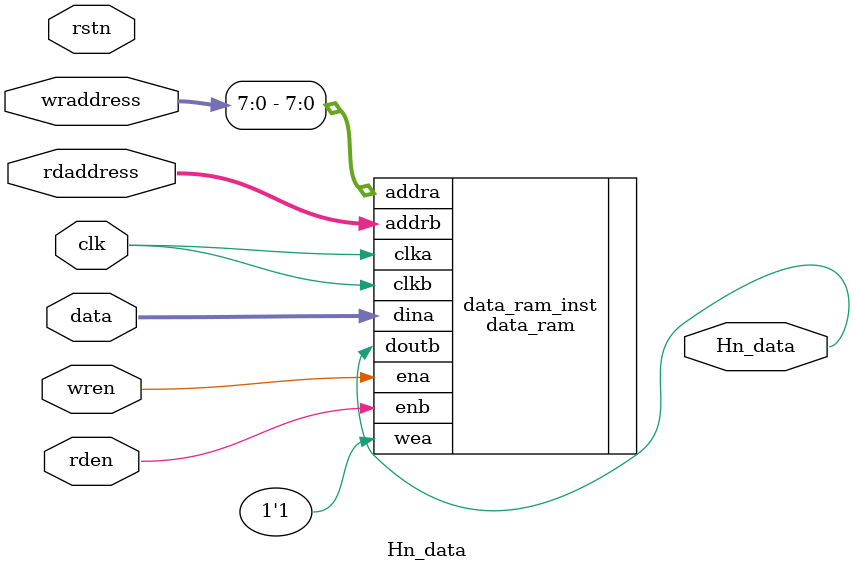
<source format=v>
`timescale 1 ps / 1 ps

module Hn_data(
	input              rstn  	 	,
	input              clk   	 	,
	input      [  9:0] wraddress 	,
	input      [ 3:0]  data  		,
	input              wren    	,
	input              rden     	,
	input      [  9:0] rdaddress 	,
	output 	           Hn_data    
);
//-------------------
data_ram data_ram_inst(
        .clka(clk),
        .ena(wren),
        .wea(1'b1),
        .addra(wraddress[7:0]),
        .dina(data),
        .clkb(clk),
        .enb(rden),
        .addrb(rdaddress),
        .doutb(Hn_data)
	);

//-------------------
//wire [9:0] wraddressA ,wraddressB ;
//wire [10:0] wraddress_1 ;
//reg [10:0] wraddress_2 ;
//wire [3:0] Chip1_data ,Chip2_data ,Chip3_data ,Chip4_data ;
////-----------------------
//assign wraddressA = wraddress ;
//assign wraddress_1 = {1'b0 ,wraddress};
//assign wraddressB = wraddress_2[9:0] ;
//assign Hn_data = {Chip4_data ,Chip3_data ,Chip2_data ,Chip1_data};
////-----------------------
//always@(*)
//begin
//	if (wraddress_1 < 11'd400)
//		wraddress_2 <= 11'd399 - wraddress_1 ;
//	else
//		wraddress_2 <= 11'd1199 - wraddress_1 ;
//end
////-------------
//Chip_data Chip_data1(
//	.rstn			(rstn),
//	.clk			(clk),
//	.wraddress	(wraddressA),
//	.data			(data[1:0]),
//	.wren			(wren),
//	.rden			(rden),
//	.rdaddress	(rdaddress),
//	.rd_q			(Chip1_data)
//);
////-----------------------
//Chip_data Chip_data2(
//	.rstn			(rstn),
//	.clk			(clk),
//	.wraddress	(wraddressB),
//	.data			(data[3:2]),
//	.wren			(wren),
//	.rden			(rden),
//	.rdaddress	(rdaddress),
//	.rd_q			(Chip2_data)
//);
////-----------------------
//Chip_data Chip_data3(
//	.rstn			(rstn),
//	.clk			(clk),
//	.wraddress	(wraddressA),
//	.data			(data[5:4]),
//	.wren			(wren),
//	.rden			(rden),
//	.rdaddress	(rdaddress),
//	.rd_q			(Chip3_data)
//);
////-----------------------
//Chip_data Chip_data4(
//	.rstn			(rstn),
//	.clk			(clk),
//	.wraddress	(wraddressB),
//	.data			(data[7:6]),
//	.wren			(wren),
//	.rden			(rden),
//	.rdaddress	(rdaddress),
//	.rd_q			(Chip4_data)
//);
//-------------------
endmodule

</source>
